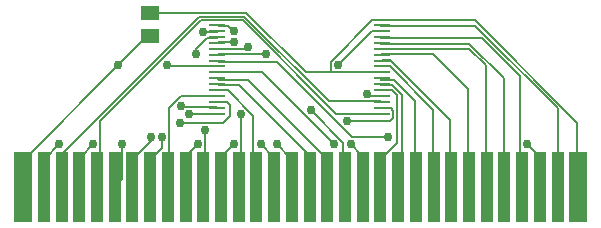
<source format=gbr>
G04 EAGLE Gerber RS-274X export*
G75*
%MOMM*%
%FSLAX34Y34*%
%LPD*%
%INTop Copper*%
%IPPOS*%
%AMOC8*
5,1,8,0,0,1.08239X$1,22.5*%
G01*
%ADD10R,1.500000X1.300000*%
%ADD11R,1.500000X6.000000*%
%ADD12R,1.000000X6.000000*%
%ADD13R,1.400900X0.279400*%
%ADD14C,0.152400*%
%ADD15C,0.756400*%


D10*
X127000Y187300D03*
X127000Y168300D03*
D11*
X20000Y40000D03*
D12*
X37500Y40000D03*
X52500Y40000D03*
X67500Y40000D03*
X82500Y40000D03*
X97500Y40000D03*
X112500Y40000D03*
X127500Y40000D03*
X142500Y40000D03*
X157500Y40000D03*
X172500Y40000D03*
X187500Y40000D03*
X202500Y40000D03*
X217500Y40000D03*
X232500Y40000D03*
X247500Y40000D03*
X262500Y40000D03*
X277500Y40000D03*
X292500Y40000D03*
X307500Y40000D03*
X322500Y40000D03*
X337500Y40000D03*
X352500Y40000D03*
X367500Y40000D03*
X382500Y40000D03*
X397500Y40000D03*
X412500Y40000D03*
X427500Y40000D03*
X442500Y40000D03*
X457500Y40000D03*
X472500Y40000D03*
D11*
X490000Y40000D03*
D13*
X184512Y177200D03*
X184512Y172200D03*
X184512Y167200D03*
X184512Y162200D03*
X184512Y157200D03*
X184512Y152200D03*
X184512Y147200D03*
X184512Y142200D03*
X184512Y137200D03*
X184512Y132200D03*
X184512Y127200D03*
X184512Y122200D03*
X184512Y117200D03*
X184512Y112200D03*
X184512Y107200D03*
X184512Y102200D03*
X323489Y102200D03*
X323489Y107200D03*
X323489Y112200D03*
X323489Y117200D03*
X323489Y122200D03*
X323489Y127200D03*
X323489Y132200D03*
X323489Y137200D03*
X323489Y142200D03*
X323489Y147200D03*
X323489Y152200D03*
X323489Y157200D03*
X323489Y162200D03*
X323489Y167200D03*
X323489Y172200D03*
X323489Y177200D03*
D14*
X127000Y187300D02*
X126492Y187960D01*
X127000Y187300D02*
X128016Y186436D01*
X259080Y137160D02*
X280416Y137160D01*
X321564Y137160D01*
X259080Y137160D02*
X208788Y187452D01*
X127000Y187452D01*
X321564Y137160D02*
X323489Y137200D01*
X127000Y187300D02*
X127000Y187452D01*
X489204Y94488D02*
X489204Y41148D01*
X489204Y94488D02*
X402336Y181356D01*
X315468Y181356D01*
X280416Y146304D01*
X280416Y137160D01*
X489204Y41148D02*
X490000Y40000D01*
X127000Y187300D02*
X126492Y187452D01*
X126492Y169672D02*
X127000Y168300D01*
X142732Y142256D02*
X184506Y142256D01*
X142732Y142256D02*
X141732Y143256D01*
X184506Y142256D02*
X184512Y142200D01*
X127000Y168300D02*
X125628Y168300D01*
X123444Y166116D02*
X102108Y144780D01*
X123444Y166116D02*
X125628Y168300D01*
X100584Y143256D02*
X21336Y64008D01*
X21336Y41148D01*
X20000Y40000D01*
D15*
X141732Y143256D03*
X100584Y143256D03*
D14*
X127000Y168300D02*
X126492Y169164D01*
X127000Y168300D02*
X123444Y166116D01*
X102108Y144780D02*
X100584Y143256D01*
X312420Y117348D02*
X321564Y117348D01*
X312420Y117348D02*
X310896Y118872D01*
X50292Y76200D02*
X38100Y64008D01*
X38100Y41148D01*
X321564Y117348D02*
X323489Y117200D01*
X38100Y41148D02*
X37500Y40000D01*
D15*
X310896Y118872D03*
X50292Y76200D03*
D14*
X278892Y112776D02*
X321564Y112776D01*
X278892Y112776D02*
X207264Y184404D01*
X169164Y184404D01*
X53340Y68580D01*
X53340Y41148D01*
X321564Y112776D02*
X323489Y112200D01*
X53340Y41148D02*
X52500Y40000D01*
X323088Y106680D02*
X331184Y106680D01*
X333232Y104632D01*
X333232Y98584D01*
X330660Y96012D01*
X294132Y96012D01*
X79248Y76200D02*
X68580Y65532D01*
X68580Y41148D01*
X323088Y106680D02*
X323489Y107200D01*
X68580Y41148D02*
X67500Y40000D01*
D15*
X294132Y96012D03*
X79248Y76200D03*
D14*
X284988Y102108D02*
X321564Y102108D01*
X284988Y102108D02*
X205740Y181356D01*
X170688Y181356D01*
X85344Y96012D01*
X85344Y42672D01*
X83820Y41148D01*
X321564Y102108D02*
X323489Y102200D01*
X83820Y41148D02*
X82500Y40000D01*
X160044Y101608D02*
X160544Y102108D01*
X184404Y102108D01*
X103632Y76200D02*
X103632Y47244D01*
X97536Y41148D01*
X184404Y102108D02*
X184512Y102200D01*
X97536Y41148D02*
X97500Y40000D01*
D15*
X160044Y101608D03*
X103632Y76200D03*
D14*
X154924Y107704D02*
X184456Y107704D01*
X154924Y107704D02*
X153924Y108704D01*
X128016Y82296D02*
X128016Y79248D01*
X112776Y64008D01*
X112776Y41148D01*
X184512Y107200D02*
X184456Y107704D01*
X112776Y41148D02*
X112500Y40000D01*
D15*
X153924Y108704D03*
X128016Y82296D03*
D14*
X184564Y112252D02*
X192548Y112252D01*
X184564Y112252D02*
X184512Y112200D01*
X192548Y112252D02*
X195072Y109728D01*
X195072Y100584D01*
X188976Y94488D01*
X152400Y94488D01*
X137160Y82296D02*
X137160Y73152D01*
X128016Y64008D01*
X128016Y41148D01*
X127500Y40000D01*
D15*
X152400Y94488D03*
X137160Y82296D03*
D14*
X153924Y117348D02*
X184404Y117348D01*
X153924Y117348D02*
X143256Y106680D01*
X143256Y41148D01*
X184512Y117200D02*
X184404Y117348D01*
X143256Y41148D02*
X142500Y40000D01*
X175308Y166116D02*
X184404Y166116D01*
X166140Y156948D02*
X166140Y152448D01*
X166140Y156948D02*
X175308Y166116D01*
X167640Y76200D02*
X158496Y67056D01*
X158496Y41148D01*
X184404Y166116D02*
X184512Y167200D01*
X158496Y41148D02*
X157500Y40000D01*
D15*
X166140Y152448D03*
X167640Y76200D03*
D14*
X184024Y171712D02*
X184512Y172200D01*
X184024Y171712D02*
X172236Y171712D01*
X173736Y88392D02*
X173736Y41148D01*
X172500Y40000D01*
D15*
X172236Y171712D03*
X173736Y88392D03*
D14*
X315468Y172212D02*
X321564Y172212D01*
X315468Y172212D02*
X286512Y143256D01*
X198120Y76200D02*
X188976Y67056D01*
X188976Y41148D01*
X321564Y172212D02*
X323489Y172200D01*
X188976Y41148D02*
X187500Y40000D01*
D15*
X286512Y143256D03*
X198120Y76200D03*
D14*
X193548Y176784D02*
X185928Y176784D01*
X193548Y176784D02*
X198120Y172212D01*
X204216Y102108D02*
X204216Y42672D01*
X202692Y41148D01*
X185928Y176784D02*
X184512Y177200D01*
X202692Y41148D02*
X202500Y40000D01*
D15*
X198120Y172212D03*
X204216Y102108D03*
D14*
X193548Y121920D02*
X185928Y121920D01*
X193548Y121920D02*
X214884Y100584D01*
X214884Y42672D01*
X216408Y41148D01*
X185928Y121920D02*
X184512Y122200D01*
X216408Y41148D02*
X217500Y40000D01*
X198120Y163068D02*
X185928Y163068D01*
X220980Y76200D02*
X231648Y65532D01*
X231648Y41148D01*
X184512Y162200D02*
X185928Y163068D01*
X231648Y41148D02*
X232500Y40000D01*
D15*
X198120Y163068D03*
X220980Y76200D03*
D14*
X208788Y156972D02*
X185928Y156972D01*
X208788Y156972D02*
X210312Y158496D01*
X234696Y76200D02*
X246888Y64008D01*
X246888Y41148D01*
X185928Y156972D02*
X184512Y157200D01*
X246888Y41148D02*
X247500Y40000D01*
D15*
X210312Y158496D03*
X234696Y76200D03*
D14*
X202692Y126492D02*
X185928Y126492D01*
X202692Y126492D02*
X262128Y67056D01*
X262128Y41148D01*
X185928Y126492D02*
X184512Y127200D01*
X262128Y41148D02*
X262500Y40000D01*
X210312Y131064D02*
X185928Y131064D01*
X210312Y131064D02*
X277368Y64008D01*
X277368Y41148D01*
X185928Y131064D02*
X184512Y132200D01*
X277368Y41148D02*
X277500Y40000D01*
X225552Y152400D02*
X185928Y152400D01*
X263652Y105156D02*
X291084Y77724D01*
X291084Y41148D01*
X185928Y152400D02*
X184512Y152200D01*
X291084Y41148D02*
X292500Y40000D01*
D15*
X225552Y152400D03*
X263652Y105156D03*
D14*
X222504Y137160D02*
X185928Y137160D01*
X222504Y137160D02*
X283464Y76200D01*
X297180Y76200D02*
X306324Y67056D01*
X306324Y41148D01*
X185928Y137160D02*
X184512Y137200D01*
X306324Y41148D02*
X307500Y40000D01*
D15*
X283464Y76200D03*
X297180Y76200D03*
D14*
X323088Y121920D02*
X332184Y121920D01*
X336280Y117824D01*
X336280Y77200D01*
X323088Y64008D01*
X323088Y41148D01*
X323088Y121920D02*
X323489Y122200D01*
X323088Y41148D02*
X322500Y40000D01*
X323088Y126492D02*
X332184Y126492D01*
X340328Y118348D01*
X340328Y43921D01*
X323088Y126492D02*
X323489Y127200D01*
X340328Y43921D02*
X337500Y40000D01*
X333756Y131064D02*
X323088Y131064D01*
X333756Y131064D02*
X352044Y112776D01*
X352044Y41148D01*
X323088Y131064D02*
X323489Y132200D01*
X352044Y41148D02*
X352500Y40000D01*
X323489Y142200D02*
X324021Y142732D01*
X330184Y142732D01*
X367284Y105632D01*
X367284Y41148D01*
X367500Y40000D01*
X330184Y147304D02*
X323593Y147304D01*
X323489Y147200D01*
X330184Y147304D02*
X381000Y96488D01*
X381000Y41148D01*
X382500Y40000D01*
X367284Y152400D02*
X323088Y152400D01*
X367284Y152400D02*
X396240Y123444D01*
X396240Y41148D01*
X323489Y152200D02*
X323088Y152400D01*
X396240Y41148D02*
X397500Y40000D01*
X397764Y156972D02*
X323088Y156972D01*
X397764Y156972D02*
X411480Y143256D01*
X411480Y41148D01*
X323489Y157200D02*
X323088Y156972D01*
X411480Y41148D02*
X412500Y40000D01*
X397764Y161544D02*
X323088Y161544D01*
X397764Y161544D02*
X426720Y132588D01*
X426720Y41148D01*
X323088Y161544D02*
X323489Y162200D01*
X426720Y41148D02*
X427500Y40000D01*
X408432Y166116D02*
X323088Y166116D01*
X408432Y166116D02*
X440436Y134112D01*
X440436Y42672D01*
X441960Y41148D01*
X323088Y166116D02*
X323489Y167200D01*
X441960Y41148D02*
X442500Y40000D01*
X234696Y146304D02*
X185928Y146304D01*
X234696Y146304D02*
X298704Y82296D01*
X329184Y82296D01*
X446532Y76200D02*
X457200Y65532D01*
X457200Y41148D01*
X185928Y146304D02*
X184512Y147200D01*
X457200Y41148D02*
X457500Y40000D01*
D15*
X329184Y82296D03*
X446532Y76200D03*
D14*
X402336Y176784D02*
X323088Y176784D01*
X402336Y176784D02*
X472440Y106680D01*
X472440Y41148D01*
X323489Y177200D02*
X323088Y176784D01*
X472440Y41148D02*
X472500Y40000D01*
M02*

</source>
